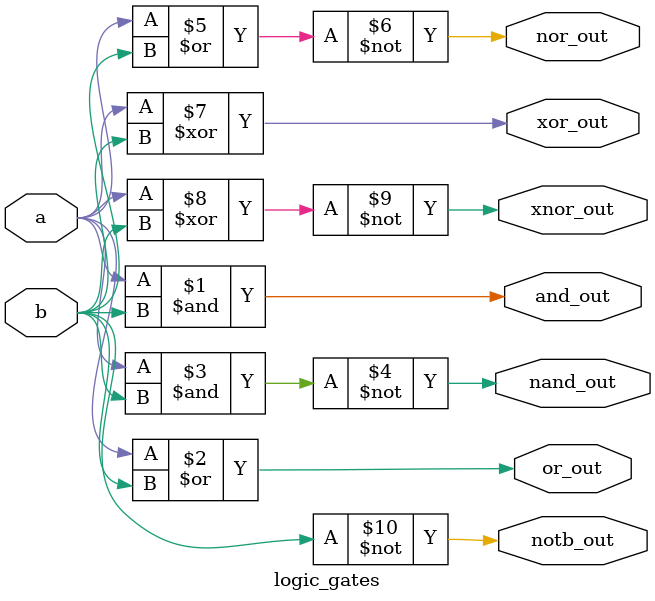
<source format=v>
`timescale 1ns / 1ps



module logic_gates (a,b,and_out,or_out,nand_out,nor_out,notb_out,xor_out,xnor_out);
input a,b;
output and_out,or_out,nand_out,nor_out,notb_out,xor_out,xnor_out;
and a1 (and_out,a,b);
or o1(or_out,a,b);
nand n1(nand_out,a,b);
nor n2(nor_out,a,b);
not n3(notb_out,b);
xor x1(xor_out,a,b);
xnor x2 (xnor_out,a,b);
endmodule


</source>
